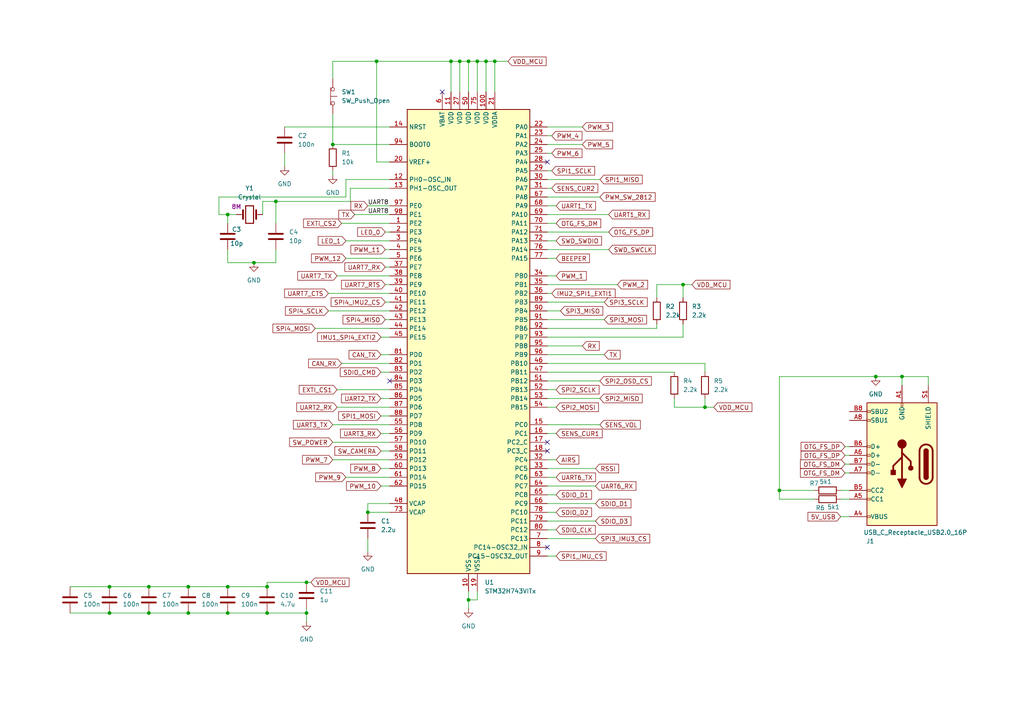
<source format=kicad_sch>
(kicad_sch (version 20250114) (generator "eeschema") (generator_version "9.0")
  (paper "A4")
  (lib_symbols
    (symbol "Connector:USB_C_Receptacle_USB2.0_16P" (pin_names (offset 1.016))
      (property "Reference" "J" (at 0 22.225 0))
      (property "Value" "USB_C_Receptacle_USB2.0_16P" (at 0 19.685 0))
      (symbol "USB_C_Receptacle_USB2.0_16P_0_0"
        (rectangle (start -0.254 -17.78) (end 0.254 -16.764))
        (rectangle (start 10.16 15.494) (end 9.144 14.986))
        (rectangle (start 10.16 10.414) (end 9.144 9.906))
        (rectangle (start 10.16 7.874) (end 9.144 7.366))
        (rectangle (start 10.16 2.794) (end 9.144 2.286))
        (rectangle (start 10.16 0.254) (end 9.144 -0.254))
        (rectangle (start 10.16 -2.286) (end 9.144 -2.794))
        (rectangle (start 10.16 -4.826) (end 9.144 -5.334))
        (rectangle (start 10.16 -12.446) (end 9.144 -12.954))
        (rectangle (start 10.16 -14.986) (end 9.144 -15.494))
      )
      (symbol "USB_C_Receptacle_USB2.0_16P_0_1"
        (rectangle (start -10.16 17.78) (end 10.16 -17.78) (stroke (width 0.254)) (fill (type background)))
        (polyline (pts (xy -8.89 -3.81) (xy -8.89 3.81)) (stroke (width 0.508)))
        (rectangle (start -7.62 -3.81) (end -6.35 3.81) (stroke (width 0.254)) (fill (type outline)))
        (arc (start -7.62 3.81) (mid -6.985 4.4423) (end -6.35 3.81) (stroke (width 0.254)))
        (arc (start -7.62 3.81) (mid -6.985 4.4423) (end -6.35 3.81) (stroke (width 0.254)) (fill (type outline)))
        (arc (start -8.89 3.81) (mid -6.985 5.7067) (end -5.08 3.81) (stroke (width 0.508)))
        (arc (start -5.08 -3.81) (mid -6.985 -5.7067) (end -8.89 -3.81) (stroke (width 0.508)))
        (arc (start -6.35 -3.81) (mid -6.985 -4.4423) (end -7.62 -3.81) (stroke (width 0.254)))
        (arc (start -6.35 -3.81) (mid -6.985 -4.4423) (end -7.62 -3.81) (stroke (width 0.254)) (fill (type outline)))
        (polyline (pts (xy -5.08 3.81) (xy -5.08 -3.81)) (stroke (width 0.508)))
        (circle (center -2.54 1.143) (radius 0.635) (stroke (width 0.254)) (fill (type outline)))
        (polyline (pts (xy -1.27 4.318) (xy 0 6.858) (xy 1.27 4.318) (xy -1.27 4.318)) (stroke (width 0.254)) (fill (type outline)))
        (polyline (pts (xy 0 -2.032) (xy 2.54 0.508) (xy 2.54 1.778)) (stroke (width 0.508)))
        (polyline (pts (xy 0 -3.302) (xy -2.54 -0.762) (xy -2.54 0.508)) (stroke (width 0.508)))
        (polyline (pts (xy 0 -5.842) (xy 0 4.318)) (stroke (width 0.508)))
        (circle (center 0 -5.842) (radius 1.27) (fill (type outline)))
        (rectangle (start 1.905 1.778) (end 3.175 3.048) (stroke (width 0.254)) (fill (type outline)))
      )
      (symbol "USB_C_Receptacle_USB2.0_16P_1_1"
        (pin passive line (at -7.62 -22.86 90) (length 5.08) (name "SHIELD") (number "S1"))
        (pin passive line (at 0 -22.86 90) (length 5.08) (name "GND") (number "A1"))
        (pin passive line (at 0 -22.86 90) (length 5.08) (hide yes) (name "GND") (number "A12"))
        (pin passive line (at 0 -22.86 90) (length 5.08) (hide yes) (name "GND") (number "B1"))
        (pin passive line (at 0 -22.86 90) (length 5.08) (hide yes) (name "GND") (number "B12"))
        (pin passive line (at 15.24 15.24 180) (length 5.08) (name "VBUS") (number "A4"))
        (pin passive line (at 15.24 15.24 180) (length 5.08) (hide yes) (name "VBUS") (number "A9"))
        (pin passive line (at 15.24 15.24 180) (length 5.08) (hide yes) (name "VBUS") (number "B4"))
        (pin passive line (at 15.24 15.24 180) (length 5.08) (hide yes) (name "VBUS") (number "B9"))
        (pin bidirectional line (at 15.24 10.16 180) (length 5.08) (name "CC1") (number "A5"))
        (pin bidirectional line (at 15.24 7.62 180) (length 5.08) (name "CC2") (number "B5"))
        (pin bidirectional line (at 15.24 2.54 180) (length 5.08) (name "D-") (number "A7"))
        (pin bidirectional line (at 15.24 0 180) (length 5.08) (name "D-") (number "B7"))
        (pin bidirectional line (at 15.24 -2.54 180) (length 5.08) (name "D+") (number "A6"))
        (pin bidirectional line (at 15.24 -5.08 180) (length 5.08) (name "D+") (number "B6"))
        (pin bidirectional line (at 15.24 -12.7 180) (length 5.08) (name "SBU1") (number "A8"))
        (pin bidirectional line (at 15.24 -15.24 180) (length 5.08) (name "SBU2") (number "B8"))
      )
    )
    (symbol "Device:C" (pin_numbers (hide yes)) (pin_names (offset 0.254))
      (property "Reference" "C" (at 0.635 2.54 0))
      (property "Value" "C" (at 0.635 -2.54 0))
      (symbol "C_0_1"
        (polyline (pts (xy -2.032 0.762) (xy 2.032 0.762)) (stroke (width 0.508)))
        (polyline (pts (xy -2.032 -0.762) (xy 2.032 -0.762)) (stroke (width 0.508)))
      )
      (symbol "C_1_1"
        (pin passive line (at 0 3.81 270) (length 2.794) (name "~") (number "1"))
        (pin passive line (at 0 -3.81 90) (length 2.794) (name "~") (number "2"))
      )
    )
    (symbol "Device:Crystal" (pin_numbers (hide yes)) (pin_names (offset 1.016) (hide yes))
      (property "Reference" "Y" (at 0 3.81 0))
      (property "Value" "Crystal" (at 0 -3.81 0))
      (symbol "Crystal_0_1"
        (polyline (pts (xy -2.54 0) (xy -1.905 0)))
        (polyline (pts (xy -1.905 -1.27) (xy -1.905 1.27)) (stroke (width 0.508)))
        (rectangle (start -1.143 2.54) (end 1.143 -2.54) (stroke (width 0.3048)))
        (polyline (pts (xy 1.905 -1.27) (xy 1.905 1.27)) (stroke (width 0.508)))
        (polyline (pts (xy 2.54 0) (xy 1.905 0)))
      )
      (symbol "Crystal_1_1"
        (pin passive line (at -3.81 0 0) (length 1.27) (name "1") (number "1"))
        (pin passive line (at 3.81 0 180) (length 1.27) (name "2") (number "2"))
      )
    )
    (symbol "Device:R" (pin_numbers (hide yes)) (pin_names (offset 0))
      (property "Reference" "R" (at 2.032 0 90))
      (property "Value" "R" (at 0 0 90))
      (symbol "R_0_1"
        (rectangle (start -1.016 -2.54) (end 1.016 2.54) (stroke (width 0.254)))
      )
      (symbol "R_1_1"
        (pin passive line (at 0 3.81 270) (length 1.27) (name "~") (number "1"))
        (pin passive line (at 0 -3.81 90) (length 1.27) (name "~") (number "2"))
      )
    )
    (symbol "MCU_ST_STM32H7:STM32H743VITx"
      (property "Reference" "U1" (at 4.6833 -68.58 0))
      (property "Value" "STM32H743VITx" (at 4.6833 -71.12 0))
      (symbol "STM32H743VITx_0_1"
        (rectangle (start -17.78 68.58) (end 17.78 -66.04) (stroke (width 0.254)) (fill (type background)))
      )
      (symbol "STM32H743VITx_1_1"
        (pin input line (at -22.86 63.5 0) (length 5.08) (name "NRST") (number "14"))
        (pin input line (at -22.86 58.42 0) (length 5.08) (name "BOOT0") (number "94"))
        (pin input line (at -22.86 53.34 0) (length 5.08) (name "VREF+") (number "20"))
        (pin bidirectional line (at -22.86 48.26 0) (length 5.08) (name "PH0-OSC_IN") (number "12"))
        (pin bidirectional line (at -22.86 45.72 0) (length 5.08) (name "PH1-OSC_OUT") (number "13"))
        (pin bidirectional line (at -22.86 40.64 0) (length 5.08) (name "PE0") (number "97"))
        (pin bidirectional line (at -22.86 38.1 0) (length 5.08) (name "PE1") (number "98"))
        (pin bidirectional line (at -22.86 35.56 0) (length 5.08) (name "PE2") (number "1"))
        (pin bidirectional line (at -22.86 33.02 0) (length 5.08) (name "PE3") (number "2"))
        (pin bidirectional line (at -22.86 30.48 0) (length 5.08) (name "PE4") (number "3"))
        (pin bidirectional line (at -22.86 27.94 0) (length 5.08) (name "PE5") (number "4"))
        (pin bidirectional line (at -22.86 25.4 0) (length 5.08) (name "PE6") (number "5"))
        (pin bidirectional line (at -22.86 22.86 0) (length 5.08) (name "PE7") (number "37"))
        (pin bidirectional line (at -22.86 20.32 0) (length 5.08) (name "PE8") (number "38"))
        (pin bidirectional line (at -22.86 17.78 0) (length 5.08) (name "PE9") (number "39"))
        (pin bidirectional line (at -22.86 15.24 0) (length 5.08) (name "PE10") (number "40"))
        (pin bidirectional line (at -22.86 12.7 0) (length 5.08) (name "PE11") (number "41"))
        (pin bidirectional line (at -22.86 10.16 0) (length 5.08) (name "PE12") (number "42"))
        (pin bidirectional line (at -22.86 7.62 0) (length 5.08) (name "PE13") (number "43"))
        (pin bidirectional line (at -22.86 5.08 0) (length 5.08) (name "PE14") (number "44"))
        (pin bidirectional line (at -22.86 2.54 0) (length 5.08) (name "PE15") (number "45"))
        (pin bidirectional line (at -22.86 -2.54 0) (length 5.08) (name "PD0") (number "81"))
        (pin bidirectional line (at -22.86 -5.08 0) (length 5.08) (name "PD1") (number "82"))
        (pin bidirectional line (at -22.86 -7.62 0) (length 5.08) (name "PD2") (number "83"))
        (pin bidirectional line (at -22.86 -10.16 0) (length 5.08) (name "PD3") (number "84"))
        (pin bidirectional line (at -22.86 -12.7 0) (length 5.08) (name "PD4") (number "85"))
        (pin bidirectional line (at -22.86 -15.24 0) (length 5.08) (name "PD5") (number "86"))
        (pin bidirectional line (at -22.86 -17.78 0) (length 5.08) (name "PD6") (number "87"))
        (pin bidirectional line (at -22.86 -20.32 0) (length 5.08) (name "PD7") (number "88"))
        (pin bidirectional line (at -22.86 -22.86 0) (length 5.08) (name "PD8") (number "55"))
        (pin bidirectional line (at -22.86 -25.4 0) (length 5.08) (name "PD9") (number "56"))
        (pin bidirectional line (at -22.86 -27.94 0) (length 5.08) (name "PD10") (number "57"))
        (pin bidirectional line (at -22.86 -30.48 0) (length 5.08) (name "PD11") (number "58"))
        (pin bidirectional line (at -22.86 -33.02 0) (length 5.08) (name "PD12") (number "59"))
        (pin bidirectional line (at -22.86 -35.56 0) (length 5.08) (name "PD13") (number "60"))
        (pin bidirectional line (at -22.86 -38.1 0) (length 5.08) (name "PD14") (number "61"))
        (pin bidirectional line (at -22.86 -40.64 0) (length 5.08) (name "PD15") (number "62"))
        (pin power_out line (at -22.86 -45.72 0) (length 5.08) (name "VCAP") (number "48"))
        (pin power_out line (at -22.86 -48.26 0) (length 5.08) (name "VCAP") (number "73"))
        (pin power_in line (at -7.62 73.66 270) (length 5.08) (name "VBAT") (number "6"))
        (pin power_in line (at -5.08 73.66 270) (length 5.08) (name "VDD") (number "11"))
        (pin power_in line (at -2.54 73.66 270) (length 5.08) (name "VDD") (number "27"))
        (pin power_in line (at 0 73.66 270) (length 5.08) (name "VDD") (number "50"))
        (pin power_in line (at 0 -71.12 90) (length 5.08) (name "VSS") (number "10"))
        (pin passive line (at 0 -71.12 90) (length 5.08) (hide yes) (name "VSS") (number "26"))
        (pin passive line (at 0 -71.12 90) (length 5.08) (hide yes) (name "VSS") (number "49"))
        (pin passive line (at 0 -71.12 90) (length 5.08) (hide yes) (name "VSS") (number "74"))
        (pin passive line (at 0 -71.12 90) (length 5.08) (hide yes) (name "VSS") (number "99"))
        (pin power_in line (at 2.54 73.66 270) (length 5.08) (name "VDD") (number "75"))
        (pin power_in line (at 2.54 -71.12 90) (length 5.08) (name "VSSA") (number "19"))
        (pin power_in line (at 5.08 73.66 270) (length 5.08) (name "VDD") (number "100"))
        (pin power_in line (at 7.62 73.66 270) (length 5.08) (name "VDDA") (number "21"))
        (pin bidirectional line (at 22.86 63.5 180) (length 5.08) (name "PA0") (number "22"))
        (pin bidirectional line (at 22.86 60.96 180) (length 5.08) (name "PA1") (number "23"))
        (pin bidirectional line (at 22.86 58.42 180) (length 5.08) (name "PA2") (number "24"))
        (pin bidirectional line (at 22.86 55.88 180) (length 5.08) (name "PA3") (number "25"))
        (pin bidirectional line (at 22.86 53.34 180) (length 5.08) (name "PA4") (number "28"))
        (pin bidirectional line (at 22.86 50.8 180) (length 5.08) (name "PA5") (number "29"))
        (pin bidirectional line (at 22.86 48.26 180) (length 5.08) (name "PA6") (number "30"))
        (pin bidirectional line (at 22.86 45.72 180) (length 5.08) (name "PA7") (number "31"))
        (pin bidirectional line (at 22.86 43.18 180) (length 5.08) (name "PA8") (number "67"))
        (pin bidirectional line (at 22.86 40.64 180) (length 5.08) (name "PA9") (number "68"))
        (pin bidirectional line (at 22.86 38.1 180) (length 5.08) (name "PA10") (number "69"))
        (pin bidirectional line (at 22.86 35.56 180) (length 5.08) (name "PA11") (number "70"))
        (pin bidirectional line (at 22.86 33.02 180) (length 5.08) (name "PA12") (number "71"))
        (pin bidirectional line (at 22.86 30.48 180) (length 5.08) (name "PA13") (number "72"))
        (pin bidirectional line (at 22.86 27.94 180) (length 5.08) (name "PA14") (number "76"))
        (pin bidirectional line (at 22.86 25.4 180) (length 5.08) (name "PA15") (number "77"))
        (pin bidirectional line (at 22.86 20.32 180) (length 5.08) (name "PB0") (number "34"))
        (pin bidirectional line (at 22.86 17.78 180) (length 5.08) (name "PB1") (number "35"))
        (pin bidirectional line (at 22.86 15.24 180) (length 5.08) (name "PB2") (number "36"))
        (pin bidirectional line (at 22.86 12.7 180) (length 5.08) (name "PB3") (number "89"))
        (pin bidirectional line (at 22.86 10.16 180) (length 5.08) (name "PB4") (number "90"))
        (pin bidirectional line (at 22.86 7.62 180) (length 5.08) (name "PB5") (number "91"))
        (pin bidirectional line (at 22.86 5.08 180) (length 5.08) (name "PB6") (number "92"))
        (pin bidirectional line (at 22.86 2.54 180) (length 5.08) (name "PB7") (number "93"))
        (pin bidirectional line (at 22.86 0 180) (length 5.08) (name "PB8") (number "95"))
        (pin bidirectional line (at 22.86 -2.54 180) (length 5.08) (name "PB9") (number "96"))
        (pin bidirectional line (at 22.86 -5.08 180) (length 5.08) (name "PB10") (number "46"))
        (pin bidirectional line (at 22.86 -7.62 180) (length 5.08) (name "PB11") (number "47"))
        (pin bidirectional line (at 22.86 -10.16 180) (length 5.08) (name "PB12") (number "51"))
        (pin bidirectional line (at 22.86 -12.7 180) (length 5.08) (name "PB13") (number "52"))
        (pin bidirectional line (at 22.86 -15.24 180) (length 5.08) (name "PB14") (number "53"))
        (pin bidirectional line (at 22.86 -17.78 180) (length 5.08) (name "PB15") (number "54"))
        (pin bidirectional line (at 22.86 -22.86 180) (length 5.08) (name "PC0") (number "15"))
        (pin bidirectional line (at 22.86 -25.4 180) (length 5.08) (name "PC1") (number "16"))
        (pin bidirectional line (at 22.86 -27.94 180) (length 5.08) (name "PC2_C") (number "17"))
        (pin bidirectional line (at 22.86 -30.48 180) (length 5.08) (name "PC3_C") (number "18"))
        (pin bidirectional line (at 22.86 -33.02 180) (length 5.08) (name "PC4") (number "32"))
        (pin bidirectional line (at 22.86 -35.56 180) (length 5.08) (name "PC5") (number "33"))
        (pin bidirectional line (at 22.86 -38.1 180) (length 5.08) (name "PC6") (number "63"))
        (pin bidirectional line (at 22.86 -40.64 180) (length 5.08) (name "PC7") (number "64"))
        (pin bidirectional line (at 22.86 -43.18 180) (length 5.08) (name "PC8") (number "65"))
        (pin bidirectional line (at 22.86 -45.72 180) (length 5.08) (name "PC9") (number "66"))
        (pin bidirectional line (at 22.86 -48.26 180) (length 5.08) (name "PC10") (number "78"))
        (pin bidirectional line (at 22.86 -50.8 180) (length 5.08) (name "PC11") (number "79"))
        (pin bidirectional line (at 22.86 -53.34 180) (length 5.08) (name "PC12") (number "80"))
        (pin bidirectional line (at 22.86 -55.88 180) (length 5.08) (name "PC13") (number "7"))
        (pin bidirectional line (at 22.86 -58.42 180) (length 5.08) (name "PC14-OSC32_IN") (number "8"))
        (pin bidirectional line (at 22.86 -60.96 180) (length 5.08) (name "PC15-OSC32_OUT") (number "9"))
      )
    )
    (symbol "Switch:SW_Push_Open" (pin_numbers (hide yes)) (pin_names (offset 1.016) (hide yes))
      (property "Reference" "SW" (at 0 2.54 0))
      (property "Value" "SW_Push_Open" (at 0 -1.905 0))
      (symbol "SW_Push_Open_0_1"
        (polyline (pts (xy -2.54 -0.635) (xy 2.54 -0.635)))
        (circle (center -2.032 0) (radius 0.508))
        (polyline (pts (xy 0 -0.635) (xy 0 1.27)))
        (circle (center 2.032 0) (radius 0.508))
        (pin passive line (at -5.08 0 0) (length 2.54) (name "A") (number "1"))
      )
      (symbol "SW_Push_Open_1_1"
        (pin passive line (at 5.08 0 180) (length 2.54) (name "B") (number "2"))
      )
    )
    (symbol "power:GND" (power) (pin_numbers (hide yes)) (pin_names (offset 0) (hide yes))
      (property "Value" "GND" (at 0 -3.81 0))
      (symbol "GND_0_1"
        (polyline (pts (xy 0 0) (xy 0 -1.27) (xy 1.27 -1.27) (xy 0 -2.54) (xy -1.27 -1.27) (xy 0 -1.27)))
      )
      (symbol "GND_1_1"
        (pin power_in line (at 0 0 270) (length 0) (name "~") (number "1"))
      )
    )
  )
  (junction (at 77.47 170.18))
  (junction (at 31.75 170.18))
  (junction (at 54.61 170.18))
  (junction (at 140.97 17.78))
  (junction (at 43.18 177.8))
  (junction (at 88.9 177.8))
  (junction (at 198.12 82.55))
  (junction (at 109.22 17.78))
  (junction (at 261.62 109.22))
  (junction (at 133.35 17.78))
  (junction (at 135.89 173.99))
  (junction (at 106.68 148.59))
  (junction (at 80.01 58.42))
  (junction (at 254 109.22))
  (junction (at 66.04 62.23))
  (junction (at 54.61 177.8))
  (junction (at 138.43 17.78))
  (junction (at 66.04 170.18))
  (junction (at 66.04 177.8))
  (junction (at 43.18 170.18))
  (junction (at 31.75 177.8))
  (junction (at 135.89 17.78))
  (junction (at 226.06 142.24))
  (junction (at 77.47 177.8))
  (junction (at 143.51 17.78))
  (junction (at 88.9 168.91))
  (junction (at 73.66 76.2))
  (junction (at 130.81 17.78))
  (junction (at 96.52 41.91))
  (junction (at 204.47 118.11))
  (no_connect (at 158.75 130.81))
  (no_connect (at 158.75 128.27))
  (no_connect (at 128.27 26.67))
  (no_connect (at 158.75 46.99))
  (no_connect (at 113.03 110.49))
  (no_connect (at 158.75 158.75))
  (wire (pts (xy 158.75 125.73) (xy 161.29 125.73)))
  (wire (pts (xy 245.11 137.16) (xy 246.38 137.16)))
  (wire (pts (xy 140.97 17.78) (xy 140.97 26.67)))
  (wire (pts (xy 20.32 177.8) (xy 31.75 177.8)))
  (wire (pts (xy 80.01 72.39) (xy 80.01 76.2)))
  (wire (pts (xy 110.49 130.81) (xy 113.03 130.81)))
  (wire (pts (xy 135.89 17.78) (xy 138.43 17.78)))
  (wire (pts (xy 133.35 17.78) (xy 133.35 26.67)))
  (wire (pts (xy 110.49 115.57) (xy 113.03 115.57)))
  (wire (pts (xy 106.68 156.21) (xy 106.68 160.02)))
  (wire (pts (xy 54.61 170.18) (xy 66.04 170.18)))
  (wire (pts (xy 158.75 151.13) (xy 172.72 151.13)))
  (wire (pts (xy 245.11 134.62) (xy 246.38 134.62)))
  (wire (pts (xy 88.9 176.53) (xy 88.9 177.8)))
  (wire (pts (xy 110.49 97.79) (xy 113.03 97.79)))
  (wire (pts (xy 111.76 77.47) (xy 113.03 77.47)))
  (wire (pts (xy 96.52 17.78) (xy 96.52 22.86)))
  (wire (pts (xy 101.6 58.42) (xy 80.01 58.42)))
  (wire (pts (xy 130.81 17.78) (xy 133.35 17.78)))
  (wire (pts (xy 158.75 100.33) (xy 168.91 100.33)))
  (wire (pts (xy 200.66 82.55) (xy 198.12 82.55)))
  (wire (pts (xy 97.79 80.01) (xy 113.03 80.01)))
  (wire (pts (xy 110.49 135.89) (xy 113.03 135.89)))
  (wire (pts (xy 43.18 177.8) (xy 54.61 177.8)))
  (wire (pts (xy 158.75 44.45) (xy 160.02 44.45)))
  (wire (pts (xy 99.06 64.77) (xy 113.03 64.77)))
  (wire (pts (xy 113.03 54.61) (xy 101.6 54.61)))
  (wire (pts (xy 158.75 54.61) (xy 160.02 54.61)))
  (wire (pts (xy 101.6 54.61) (xy 101.6 58.42)))
  (wire (pts (xy 158.75 95.25) (xy 190.5 95.25)))
  (wire (pts (xy 143.51 17.78) (xy 147.32 17.78)))
  (wire (pts (xy 80.01 76.2) (xy 73.66 76.2)))
  (wire (pts (xy 110.49 120.65) (xy 113.03 120.65)))
  (wire (pts (xy 158.75 161.29) (xy 161.29 161.29)))
  (wire (pts (xy 97.79 118.11) (xy 113.03 118.11)))
  (wire (pts (xy 158.75 85.09) (xy 160.02 85.09)))
  (wire (pts (xy 82.55 44.45) (xy 82.55 48.26)))
  (wire (pts (xy 100.33 57.15) (xy 100.33 52.07)))
  (wire (pts (xy 110.49 140.97) (xy 113.03 140.97)))
  (wire (pts (xy 31.75 170.18) (xy 43.18 170.18)))
  (wire (pts (xy 158.75 69.85) (xy 161.29 69.85)))
  (wire (pts (xy 82.55 36.83) (xy 113.03 36.83)))
  (wire (pts (xy 158.75 90.17) (xy 162.56 90.17)))
  (wire (pts (xy 133.35 17.78) (xy 135.89 17.78)))
  (wire (pts (xy 158.75 133.35) (xy 161.29 133.35)))
  (wire (pts (xy 243.84 142.24) (xy 246.38 142.24)))
  (wire (pts (xy 100.33 52.07) (xy 113.03 52.07)))
  (wire (pts (xy 96.52 123.19) (xy 113.03 123.19)))
  (wire (pts (xy 110.49 125.73) (xy 113.03 125.73)))
  (wire (pts (xy 158.75 138.43) (xy 161.29 138.43)))
  (wire (pts (xy 226.06 109.22) (xy 226.06 142.24)))
  (wire (pts (xy 77.47 168.91) (xy 77.47 170.18)))
  (wire (pts (xy 100.33 138.43) (xy 113.03 138.43)))
  (wire (pts (xy 158.75 115.57) (xy 173.99 115.57)))
  (wire (pts (xy 138.43 17.78) (xy 138.43 26.67)))
  (wire (pts (xy 158.75 156.21) (xy 172.72 156.21)))
  (wire (pts (xy 158.75 41.91) (xy 168.91 41.91)))
  (wire (pts (xy 158.75 140.97) (xy 172.72 140.97)))
  (wire (pts (xy 158.75 36.83) (xy 168.91 36.83)))
  (wire (pts (xy 135.89 17.78) (xy 135.89 26.67)))
  (wire (pts (xy 190.5 82.55) (xy 198.12 82.55)))
  (wire (pts (xy 243.84 149.86) (xy 246.38 149.86)))
  (wire (pts (xy 111.76 92.71) (xy 113.03 92.71)))
  (wire (pts (xy 96.52 17.78) (xy 109.22 17.78)))
  (wire (pts (xy 110.49 102.87) (xy 113.03 102.87)))
  (wire (pts (xy 158.75 39.37) (xy 160.02 39.37)))
  (wire (pts (xy 158.75 49.53) (xy 160.02 49.53)))
  (wire (pts (xy 66.04 76.2) (xy 73.66 76.2)))
  (wire (pts (xy 91.44 95.25) (xy 113.03 95.25)))
  (wire (pts (xy 158.75 135.89) (xy 172.72 135.89)))
  (wire (pts (xy 158.75 143.51) (xy 161.29 143.51)))
  (wire (pts (xy 158.75 92.71) (xy 175.26 92.71)))
  (wire (pts (xy 158.75 148.59) (xy 161.29 148.59)))
  (wire (pts (xy 245.11 129.54) (xy 246.38 129.54)))
  (wire (pts (xy 158.75 52.07) (xy 173.99 52.07)))
  (wire (pts (xy 158.75 107.95) (xy 195.58 107.95)))
  (wire (pts (xy 158.75 64.77) (xy 161.29 64.77)))
  (wire (pts (xy 138.43 17.78) (xy 140.97 17.78)))
  (wire (pts (xy 158.75 62.23) (xy 176.53 62.23)))
  (wire (pts (xy 190.5 93.98) (xy 190.5 95.25)))
  (wire (pts (xy 204.47 105.41) (xy 204.47 107.95)))
  (wire (pts (xy 111.76 67.31) (xy 113.03 67.31)))
  (wire (pts (xy 95.25 85.09) (xy 113.03 85.09)))
  (wire (pts (xy 140.97 17.78) (xy 143.51 17.78)))
  (wire (pts (xy 158.75 105.41) (xy 204.47 105.41)))
  (wire (pts (xy 158.75 146.05) (xy 172.72 146.05)))
  (wire (pts (xy 158.75 74.93) (xy 161.29 74.93)))
  (wire (pts (xy 158.75 102.87) (xy 175.26 102.87)))
  (wire (pts (xy 226.06 142.24) (xy 226.06 144.78)))
  (wire (pts (xy 66.04 62.23) (xy 66.04 64.77)))
  (wire (pts (xy 88.9 177.8) (xy 77.47 177.8)))
  (wire (pts (xy 96.52 133.35) (xy 113.03 133.35)))
  (wire (pts (xy 113.03 146.05) (xy 106.68 146.05)))
  (wire (pts (xy 111.76 72.39) (xy 113.03 72.39)))
  (wire (pts (xy 96.52 41.91) (xy 113.03 41.91)))
  (wire (pts (xy 88.9 168.91) (xy 77.47 168.91)))
  (wire (pts (xy 110.49 107.95) (xy 113.03 107.95)))
  (wire (pts (xy 106.68 146.05) (xy 106.68 148.59)))
  (wire (pts (xy 195.58 115.57) (xy 195.58 118.11)))
  (wire (pts (xy 66.04 62.23) (xy 63.5 62.23)))
  (wire (pts (xy 76.2 58.42) (xy 76.2 62.23)))
  (wire (pts (xy 190.5 86.36) (xy 190.5 82.55)))
  (wire (pts (xy 100.33 69.85) (xy 113.03 69.85)))
  (wire (pts (xy 54.61 177.8) (xy 66.04 177.8)))
  (wire (pts (xy 99.06 105.41) (xy 113.03 105.41)))
  (wire (pts (xy 158.75 59.69) (xy 161.29 59.69)))
  (wire (pts (xy 158.75 72.39) (xy 176.53 72.39)))
  (wire (pts (xy 158.75 123.19) (xy 173.99 123.19)))
  (wire (pts (xy 109.22 17.78) (xy 130.81 17.78)))
  (wire (pts (xy 226.06 109.22) (xy 254 109.22)))
  (wire (pts (xy 158.75 110.49) (xy 173.99 110.49)))
  (wire (pts (xy 80.01 58.42) (xy 76.2 58.42)))
  (wire (pts (xy 198.12 82.55) (xy 198.12 86.36)))
  (wire (pts (xy 130.81 17.78) (xy 130.81 26.67)))
  (wire (pts (xy 158.75 67.31) (xy 176.53 67.31)))
  (wire (pts (xy 106.68 59.69) (xy 113.03 59.69)))
  (wire (pts (xy 138.43 173.99) (xy 135.89 173.99)))
  (wire (pts (xy 261.62 111.76) (xy 261.62 109.22)))
  (wire (pts (xy 198.12 97.79) (xy 198.12 93.98)))
  (wire (pts (xy 236.22 144.78) (xy 226.06 144.78)))
  (wire (pts (xy 158.75 97.79) (xy 198.12 97.79)))
  (wire (pts (xy 143.51 17.78) (xy 143.51 26.67)))
  (wire (pts (xy 138.43 171.45) (xy 138.43 173.99)))
  (wire (pts (xy 96.52 49.53) (xy 96.52 50.8)))
  (wire (pts (xy 113.03 46.99) (xy 109.22 46.99)))
  (wire (pts (xy 158.75 113.03) (xy 161.29 113.03)))
  (wire (pts (xy 102.87 62.23) (xy 113.03 62.23)))
  (wire (pts (xy 158.75 80.01) (xy 161.29 80.01)))
  (wire (pts (xy 88.9 168.91) (xy 90.17 168.91)))
  (wire (pts (xy 245.11 132.08) (xy 246.38 132.08)))
  (wire (pts (xy 68.58 62.23) (xy 66.04 62.23)))
  (wire (pts (xy 96.52 128.27) (xy 113.03 128.27)))
  (wire (pts (xy 135.89 171.45) (xy 135.89 173.99)))
  (wire (pts (xy 204.47 118.11) (xy 207.01 118.11)))
  (wire (pts (xy 43.18 170.18) (xy 54.61 170.18)))
  (wire (pts (xy 158.75 82.55) (xy 179.07 82.55)))
  (wire (pts (xy 269.24 111.76) (xy 269.24 109.22)))
  (wire (pts (xy 158.75 118.11) (xy 161.29 118.11)))
  (wire (pts (xy 80.01 58.42) (xy 80.01 64.77)))
  (wire (pts (xy 269.24 109.22) (xy 261.62 109.22)))
  (wire (pts (xy 96.52 33.02) (xy 96.52 41.91)))
  (wire (pts (xy 63.5 57.15) (xy 100.33 57.15)))
  (wire (pts (xy 66.04 170.18) (xy 77.47 170.18)))
  (wire (pts (xy 97.79 113.03) (xy 113.03 113.03)))
  (wire (pts (xy 66.04 72.39) (xy 66.04 76.2)))
  (wire (pts (xy 204.47 118.11) (xy 195.58 118.11)))
  (wire (pts (xy 158.75 57.15) (xy 173.99 57.15)))
  (wire (pts (xy 204.47 115.57) (xy 204.47 118.11)))
  (wire (pts (xy 135.89 173.99) (xy 135.89 176.53)))
  (wire (pts (xy 236.22 142.24) (xy 226.06 142.24)))
  (wire (pts (xy 88.9 180.34) (xy 88.9 177.8)))
  (wire (pts (xy 95.25 90.17) (xy 113.03 90.17)))
  (wire (pts (xy 111.76 87.63) (xy 113.03 87.63)))
  (wire (pts (xy 261.62 109.22) (xy 254 109.22)))
  (wire (pts (xy 66.04 177.8) (xy 77.47 177.8)))
  (wire (pts (xy 109.22 46.99) (xy 109.22 17.78)))
  (wire (pts (xy 158.75 153.67) (xy 161.29 153.67)))
  (wire (pts (xy 158.75 87.63) (xy 175.26 87.63)))
  (wire (pts (xy 106.68 148.59) (xy 113.03 148.59)))
  (wire (pts (xy 111.76 82.55) (xy 113.03 82.55)))
  (wire (pts (xy 31.75 177.8) (xy 43.18 177.8)))
  (wire (pts (xy 20.32 170.18) (xy 31.75 170.18)))
  (wire (pts (xy 63.5 62.23) (xy 63.5 57.15)))
  (wire (pts (xy 243.84 144.78) (xy 246.38 144.78)))
  (wire (pts (xy 100.33 74.93) (xy 113.03 74.93)))
  (label "UART8" (at 106.68 62.23 0))
  (label "UART8" (at 106.68 59.69 0))
  (global_label "SPI2_MOSI" (shape input) (at 161.29 118.11 0) (property "Intersheetrefs" "${INTERSHEET_REFS}" (effects (hide yes))))
  (global_label "CAN_TX" (shape input) (at 110.49 102.87 180) (property "Intersheetrefs" "${INTERSHEET_REFS}" (effects (hide yes))))
  (global_label "SDIO_CLK" (shape input) (at 161.29 153.67 0) (property "Intersheetrefs" "${INTERSHEET_REFS}" (effects (hide yes))))
  (global_label "UART7_RTS" (shape input) (at 111.76 82.55 180) (property "Intersheetrefs" "${INTERSHEET_REFS}" (effects (hide yes))))
  (global_label "RX" (shape input) (at 106.68 59.69 180) (property "Intersheetrefs" "${INTERSHEET_REFS}" (effects (hide yes))))
  (global_label "OTG_FS_DM" (shape input) (at 245.11 134.62 180) (property "Intersheetrefs" "${INTERSHEET_REFS}" (effects (hide yes))))
  (global_label "5V_USB" (shape input) (at 243.84 149.86 180) (property "Intersheetrefs" "${INTERSHEET_REFS}" (effects (hide yes))))
  (global_label "SDIO_CMD" (shape input) (at 110.49 107.95 180) (property "Intersheetrefs" "${INTERSHEET_REFS}" (effects (hide yes))))
  (global_label "PWM_SW_2812" (shape input) (at 173.99 57.15 0) (property "Intersheetrefs" "${INTERSHEET_REFS}" (effects (hide yes))))
  (global_label "UART1_TX" (shape input) (at 161.29 59.69 0) (property "Intersheetrefs" "${INTERSHEET_REFS}" (effects (hide yes))))
  (global_label "PWM_2" (shape input) (at 179.07 82.55 0) (property "Intersheetrefs" "${INTERSHEET_REFS}" (effects (hide yes))))
  (global_label "AIRS" (shape input) (at 161.29 133.35 0) (property "Intersheetrefs" "${INTERSHEET_REFS}" (effects (hide yes))))
  (global_label "SDIO_D3" (shape input) (at 172.72 151.13 0) (property "Intersheetrefs" "${INTERSHEET_REFS}" (effects (hide yes))))
  (global_label "PWM_4" (shape input) (at 160.02 39.37 0) (property "Intersheetrefs" "${INTERSHEET_REFS}" (effects (hide yes))))
  (global_label "OTG_FS_DM" (shape input) (at 245.11 137.16 180) (property "Intersheetrefs" "${INTERSHEET_REFS}" (effects (hide yes))))
  (global_label "IMU1_SPI4_EXTI2" (shape input) (at 110.49 97.79 180) (property "Intersheetrefs" "${INTERSHEET_REFS}" (effects (hide yes))))
  (global_label "SDIO_D1" (shape input) (at 161.29 143.51 0) (property "Intersheetrefs" "${INTERSHEET_REFS}" (effects (hide yes))))
  (global_label "SPI2_MISO" (shape input) (at 173.99 115.57 0) (property "Intersheetrefs" "${INTERSHEET_REFS}" (effects (hide yes))))
  (global_label "LED_1" (shape input) (at 100.33 69.85 180) (property "Intersheetrefs" "${INTERSHEET_REFS}" (effects (hide yes))))
  (global_label "RSSI" (shape input) (at 172.72 135.89 0) (property "Intersheetrefs" "${INTERSHEET_REFS}" (effects (hide yes))))
  (global_label "UART1_RX" (shape input) (at 176.53 62.23 0) (property "Intersheetrefs" "${INTERSHEET_REFS}" (effects (hide yes))))
  (global_label "IMU2_SPI1_EXTI1" (shape input) (at 160.02 85.09 0) (property "Intersheetrefs" "${INTERSHEET_REFS}" (effects (hide yes))))
  (global_label "OTG_FS_DP" (shape input) (at 245.11 129.54 180) (property "Intersheetrefs" "${INTERSHEET_REFS}" (effects (hide yes))))
  (global_label "SPI1_MISO" (shape input) (at 173.99 52.07 0) (property "Intersheetrefs" "${INTERSHEET_REFS}" (effects (hide yes))))
  (global_label "SWD_SWCLK" (shape input) (at 176.53 72.39 0) (property "Intersheetrefs" "${INTERSHEET_REFS}" (effects (hide yes))))
  (global_label "PWM_7" (shape input) (at 96.52 133.35 180) (property "Intersheetrefs" "${INTERSHEET_REFS}" (effects (hide yes))))
  (global_label "PWM_8" (shape input) (at 110.49 135.89 180) (property "Intersheetrefs" "${INTERSHEET_REFS}" (effects (hide yes))))
  (global_label "SPI3_IMU3_CS" (shape input) (at 172.72 156.21 0) (property "Intersheetrefs" "${INTERSHEET_REFS}" (effects (hide yes))))
  (global_label "UART6_TX" (shape input) (at 161.29 138.43 0) (property "Intersheetrefs" "${INTERSHEET_REFS}" (effects (hide yes))))
  (global_label "TX" (shape input) (at 102.87 62.23 180) (property "Intersheetrefs" "${INTERSHEET_REFS}" (effects (hide yes))))
  (global_label "EXTi_CS2" (shape input) (at 99.06 64.77 180) (property "Intersheetrefs" "${INTERSHEET_REFS}" (effects (hide yes))))
  (global_label "UART7_CTS" (shape input) (at 95.25 85.09 180) (property "Intersheetrefs" "${INTERSHEET_REFS}" (effects (hide yes))))
  (global_label "RX" (shape input) (at 168.91 100.33 0) (property "Intersheetrefs" "${INTERSHEET_REFS}" (effects (hide yes))))
  (global_label "TX" (shape input) (at 175.26 102.87 0) (property "Intersheetrefs" "${INTERSHEET_REFS}" (effects (hide yes))))
  (global_label "VDD_MCU" (shape input) (at 200.66 82.55 0) (property "Intersheetrefs" "${INTERSHEET_REFS}" (effects (hide yes))))
  (global_label "PWM_10" (shape input) (at 110.49 140.97 180) (property "Intersheetrefs" "${INTERSHEET_REFS}" (effects (hide yes))))
  (global_label "SPI3_MISO" (shape input) (at 162.56 90.17 0) (property "Intersheetrefs" "${INTERSHEET_REFS}" (effects (hide yes))))
  (global_label "SDIO_D2" (shape input) (at 161.29 148.59 0) (property "Intersheetrefs" "${INTERSHEET_REFS}" (effects (hide yes))))
  (global_label "LED_0" (shape input) (at 111.76 67.31 180) (property "Intersheetrefs" "${INTERSHEET_REFS}" (effects (hide yes))))
  (global_label "SPI2_SCLK" (shape input) (at 161.29 113.03 0) (property "Intersheetrefs" "${INTERSHEET_REFS}" (effects (hide yes))))
  (global_label "SPI4_SCLK" (shape input) (at 95.25 90.17 180) (property "Intersheetrefs" "${INTERSHEET_REFS}" (effects (hide yes))))
  (global_label "SPI1_IMU_CS" (shape input) (at 161.29 161.29 0) (property "Intersheetrefs" "${INTERSHEET_REFS}" (effects (hide yes))))
  (global_label "SWD_SWDIO" (shape input) (at 161.29 69.85 0) (property "Intersheetrefs" "${INTERSHEET_REFS}" (effects (hide yes))))
  (global_label "PWM_5" (shape input) (at 168.91 41.91 0) (property "Intersheetrefs" "${INTERSHEET_REFS}" (effects (hide yes))))
  (global_label "UART2_RX" (shape input) (at 97.79 118.11 180) (property "Intersheetrefs" "${INTERSHEET_REFS}" (effects (hide yes))))
  (global_label "SDIO_D1" (shape input) (at 172.72 146.05 0) (property "Intersheetrefs" "${INTERSHEET_REFS}" (effects (hide yes))))
  (global_label "OTG_FS_DP" (shape input) (at 245.11 132.08 180) (property "Intersheetrefs" "${INTERSHEET_REFS}" (effects (hide yes))))
  (global_label "OTG_FS_DM" (shape input) (at 161.29 64.77 0) (property "Intersheetrefs" "${INTERSHEET_REFS}" (effects (hide yes))))
  (global_label "SPI3_SCLK" (shape input) (at 175.26 87.63 0) (property "Intersheetrefs" "${INTERSHEET_REFS}" (effects (hide yes))))
  (global_label "VDD_MCU" (shape input) (at 147.32 17.78 0) (property "Intersheetrefs" "${INTERSHEET_REFS}" (effects (hide yes))))
  (global_label "SPI1_MOSI" (shape input) (at 110.49 120.65 180) (property "Intersheetrefs" "${INTERSHEET_REFS}" (effects (hide yes))))
  (global_label "VDD_MCU" (shape input) (at 207.01 118.11 0) (property "Intersheetrefs" "${INTERSHEET_REFS}" (effects (hide yes))))
  (global_label "SENS_VOL" (shape input) (at 173.99 123.19 0) (property "Intersheetrefs" "${INTERSHEET_REFS}" (effects (hide yes))))
  (global_label "SENS_CUR1" (shape input) (at 161.29 125.73 0) (property "Intersheetrefs" "${INTERSHEET_REFS}" (effects (hide yes))))
  (global_label "VDD_MCU" (shape input) (at 90.17 168.91 0) (property "Intersheetrefs" "${INTERSHEET_REFS}" (effects (hide yes))))
  (global_label "SPI4_IMU2_CS" (shape input) (at 111.76 87.63 180) (property "Intersheetrefs" "${INTERSHEET_REFS}" (effects (hide yes))))
  (global_label "SPI4_MOSI" (shape input) (at 91.44 95.25 180) (property "Intersheetrefs" "${INTERSHEET_REFS}" (effects (hide yes))))
  (global_label "SENS_CUR2" (shape input) (at 160.02 54.61 0) (property "Intersheetrefs" "${INTERSHEET_REFS}" (effects (hide yes))))
  (global_label "UART3_TX" (shape input) (at 96.52 123.19 180) (property "Intersheetrefs" "${INTERSHEET_REFS}" (effects (hide yes))))
  (global_label "EXTI_CS1" (shape input) (at 97.79 113.03 180) (property "Intersheetrefs" "${INTERSHEET_REFS}" (effects (hide yes))))
  (global_label "PWM_1" (shape input) (at 161.29 80.01 0) (property "Intersheetrefs" "${INTERSHEET_REFS}" (effects (hide yes))))
  (global_label "PWM_9" (shape input) (at 100.33 138.43 180) (property "Intersheetrefs" "${INTERSHEET_REFS}" (effects (hide yes))))
  (global_label "PWM_12" (shape input) (at 100.33 74.93 180) (property "Intersheetrefs" "${INTERSHEET_REFS}" (effects (hide yes))))
  (global_label "SPI1_SCLK" (shape input) (at 160.02 49.53 0) (property "Intersheetrefs" "${INTERSHEET_REFS}" (effects (hide yes))))
  (global_label "SW_CAMERA" (shape input) (at 110.49 130.81 180) (property "Intersheetrefs" "${INTERSHEET_REFS}" (effects (hide yes))))
  (global_label "PWM_3" (shape input) (at 168.91 36.83 0) (property "Intersheetrefs" "${INTERSHEET_REFS}" (effects (hide yes))))
  (global_label "PWM_11" (shape input) (at 111.76 72.39 180) (property "Intersheetrefs" "${INTERSHEET_REFS}" (effects (hide yes))))
  (global_label "UART7_RX" (shape input) (at 111.76 77.47 180) (property "Intersheetrefs" "${INTERSHEET_REFS}" (effects (hide yes))))
  (global_label "PWM_6" (shape input) (at 160.02 44.45 0) (property "Intersheetrefs" "${INTERSHEET_REFS}" (effects (hide yes))))
  (global_label "OTG_FS_DP" (shape input) (at 176.53 67.31 0) (property "Intersheetrefs" "${INTERSHEET_REFS}" (effects (hide yes))))
  (global_label "UART6_RX" (shape input) (at 172.72 140.97 0) (property "Intersheetrefs" "${INTERSHEET_REFS}" (effects (hide yes))))
  (global_label "UART2_TX" (shape input) (at 110.49 115.57 180) (property "Intersheetrefs" "${INTERSHEET_REFS}" (effects (hide yes))))
  (global_label "BEEPER" (shape input) (at 161.29 74.93 0) (property "Intersheetrefs" "${INTERSHEET_REFS}" (effects (hide yes))))
  (global_label "SPI2_OSD_CS" (shape input) (at 173.99 110.49 0) (property "Intersheetrefs" "${INTERSHEET_REFS}" (effects (hide yes))))
  (global_label "CAN_RX" (shape input) (at 99.06 105.41 180) (property "Intersheetrefs" "${INTERSHEET_REFS}" (effects (hide yes))))
  (global_label "SPI4_MISO" (shape input) (at 111.76 92.71 180) (property "Intersheetrefs" "${INTERSHEET_REFS}" (effects (hide yes))))
  (global_label "UART3_RX" (shape input) (at 110.49 125.73 180) (property "Intersheetrefs" "${INTERSHEET_REFS}" (effects (hide yes))))
  (global_label "SPI3_MOSI" (shape input) (at 175.26 92.71 0) (property "Intersheetrefs" "${INTERSHEET_REFS}" (effects (hide yes))))
  (global_label "SW_POWER" (shape input) (at 96.52 128.27 180) (property "Intersheetrefs" "${INTERSHEET_REFS}" (effects (hide yes))))
  (global_label "UART7_TX" (shape input) (at 97.79 80.01 180) (property "Intersheetrefs" "${INTERSHEET_REFS}" (effects (hide yes))))
  (symbol (lib_id "MCU_ST_STM32H7:STM32H743VITx") (at 135.89 100.33 0) (unit 1)
    (property "Reference" "U1" (at 140.5733 168.91 0) (effects (justify left)))
    (property "Value" "STM32H743VITx" (at 140.5733 171.45 0) (effects (justify left)))
    (property "Footprint" "Package_QFP:LQFP-100_14x14mm_P0.5mm" (effects (hide yes)))
    (property "Datasheet" "https://www.st.com/resource/en/datasheet/stm32h743vi.pdf" (effects (hide yes)))
    (property "Description" "STMicroelectronics Arm Cortex-M7 MCU, 2048KB flash, 1024KB RAM, 480 MHz, 1.71-3.6V, 82 GPIO, LQFP100" (effects (hide yes)))
  )
  (symbol (lib_id "power:GND") (at 135.89 176.53 0) (unit 1)
    (property "Reference" "#PWR01" (effects (hide yes)))
    (property "Value" "GND" (at 135.89 181.61 0))
    (property "Description" "Power symbol creates a global label with name \"GND\" , ground" (effects (hide yes)))
  )
  (symbol (lib_id "Connector:USB_C_Receptacle_USB2.0_16P") (at 261.62 134.62 180) (unit 1)
    (property "Reference" "J1" (at 251.206 156.972 0) (effects (justify right)))
    (property "Value" "USB_C_Receptacle_USB2.0_16P" (at 250.444 154.432 0) (effects (justify right)))
    (property "Datasheet" "https://www.usb.org/sites/default/files/documents/usb_type-c.zip" (effects (hide yes)))
    (property "Description" "USB 2.0-only 16P Type-C Receptacle connector" (effects (hide yes)))
  )
  (symbol (lib_id "Switch:SW_Push_Open") (at 96.52 27.94 270) (unit 1)
    (property "Reference" "SW1" (at 99.06 26.6699 90) (effects (justify left)))
    (property "Value" "SW_Push_Open" (at 99.06 29.2099 90) (effects (justify left)))
    (property "Description" "Push button switch, push-to-open, generic, two pins" (effects (hide yes)))
  )
  (symbol (lib_id "Device:R") (at 198.12 90.17 180) (unit 1)
    (property "Reference" "R3" (at 200.66 88.8999 0) (effects (justify right)))
    (property "Value" "2.2k" (at 200.66 91.4399 0) (effects (justify right)))
    (property "Footprint" "Resistor_SMD:R_0603_1608Metric" (effects (hide yes)))
    (property "Description" "Resistor" (effects (hide yes)))
  )
  (symbol (lib_id "power:GND") (at 96.52 50.8 0) (unit 1)
    (property "Reference" "#PWR02" (effects (hide yes)))
    (property "Value" "GND" (at 96.52 55.88 0))
    (property "Description" "Power symbol creates a global label with name \"GND\" , ground" (effects (hide yes)))
  )
  (symbol (lib_id "Device:C") (at 88.9 172.72 0) (unit 1)
    (property "Reference" "C11" (at 92.71 171.4499 0) (effects (justify left)))
    (property "Value" "1u" (at 92.71 173.9899 0) (effects (justify left)))
    (property "Description" "Unpolarized capacitor" (effects (hide yes)))
  )
  (symbol (lib_id "Device:C") (at 82.55 40.64 0) (unit 1)
    (property "Reference" "C2" (at 86.36 39.3699 0) (effects (justify left)))
    (property "Value" "100n" (at 86.36 41.9099 0) (effects (justify left)))
    (property "Description" "Unpolarized capacitor" (effects (hide yes)))
  )
  (symbol (lib_id "Device:R") (at 96.52 45.72 180) (unit 1)
    (property "Reference" "R1" (at 99.06 44.4499 0) (effects (justify right)))
    (property "Value" "10k" (at 99.06 46.9899 0) (effects (justify right)))
    (property "Footprint" "Resistor_SMD:R_0603_1608Metric" (effects (hide yes)))
    (property "Description" "Resistor" (effects (hide yes)))
  )
  (symbol (lib_id "Device:C") (at 77.47 173.99 0) (unit 1)
    (property "Reference" "C10" (at 81.28 172.7199 0) (effects (justify left)))
    (property "Value" "4.7u" (at 81.28 175.2599 0) (effects (justify left)))
    (property "Description" "Unpolarized capacitor" (effects (hide yes)))
  )
  (symbol (lib_id "power:GND") (at 73.66 76.2 0) (unit 1)
    (property "Reference" "#PWR05" (effects (hide yes)))
    (property "Value" "GND" (at 73.66 81.28 0))
    (property "Description" "Power symbol creates a global label with name \"GND\" , ground" (effects (hide yes)))
  )
  (symbol (lib_id "Device:C") (at 43.18 173.99 0) (unit 1)
    (property "Reference" "C7" (at 46.99 172.7199 0) (effects (justify left)))
    (property "Value" "100n" (at 46.99 175.2599 0) (effects (justify left)))
    (property "Description" "Unpolarized capacitor" (effects (hide yes)))
  )
  (symbol (lib_id "Device:C") (at 54.61 173.99 0) (unit 1)
    (property "Reference" "C8" (at 58.42 172.7199 0) (effects (justify left)))
    (property "Value" "100n" (at 58.42 175.2599 0) (effects (justify left)))
    (property "Description" "Unpolarized capacitor" (effects (hide yes)))
  )
  (symbol (lib_id "power:GND") (at 88.9 180.34 0) (unit 1)
    (property "Reference" "#PWR06" (effects (hide yes)))
    (property "Value" "GND" (at 88.9 185.42 0))
    (property "Description" "Power symbol creates a global label with name \"GND\" , ground" (effects (hide yes)))
  )
  (symbol (lib_id "Device:R") (at 204.47 111.76 180) (unit 1)
    (property "Reference" "R5" (at 207.01 110.4899 0) (effects (justify right)))
    (property "Value" "2.2k" (at 207.01 113.0299 0) (effects (justify right)))
    (property "Footprint" "Resistor_SMD:R_0603_1608Metric" (effects (hide yes)))
    (property "Description" "Resistor" (effects (hide yes)))
  )
  (symbol (lib_id "Device:C") (at 66.04 68.58 0) (unit 1)
    (property "Reference" "C3" (at 67.2632 66.548 0) (effects (justify left)))
    (property "Value" "10p" (at 66.7552 70.612 0) (effects (justify left)))
    (property "Description" "Unpolarized capacitor" (effects (hide yes)))
  )
  (symbol (lib_id "power:GND") (at 106.68 160.02 0) (unit 1)
    (property "Reference" "#PWR03" (effects (hide yes)))
    (property "Value" "GND" (at 106.68 165.1 0))
    (property "Description" "Power symbol creates a global label with name \"GND\" , ground" (effects (hide yes)))
  )
  (symbol (lib_id "Device:C") (at 66.04 173.99 0) (unit 1)
    (property "Reference" "C9" (at 69.85 172.7199 0) (effects (justify left)))
    (property "Value" "100n" (at 69.85 175.2599 0) (effects (justify left)))
    (property "Description" "Unpolarized capacitor" (effects (hide yes)))
  )
  (symbol (lib_id "Device:R") (at 190.5 90.17 180) (unit 1)
    (property "Reference" "R2" (at 193.04 88.8999 0) (effects (justify right)))
    (property "Value" "2.2k" (at 193.04 91.4399 0) (effects (justify right)))
    (property "Footprint" "Resistor_SMD:R_0603_1608Metric" (effects (hide yes)))
    (property "Description" "Resistor" (effects (hide yes)))
  )
  (symbol (lib_id "power:GND") (at 254 109.22 0) (unit 1)
    (property "Reference" "#PWR07" (effects (hide yes)))
    (property "Value" "GND" (at 254 114.3 0))
    (property "Description" "Power symbol creates a global label with name \"GND\" , ground" (effects (hide yes)))
  )
  (symbol (lib_id "Device:R") (at 195.58 111.76 180) (unit 1)
    (property "Reference" "R4" (at 198.12 110.4899 0) (effects (justify right)))
    (property "Value" "2.2k" (at 198.12 113.0299 0) (effects (justify right)))
    (property "Footprint" "Resistor_SMD:R_0603_1608Metric" (effects (hide yes)))
    (property "Description" "Resistor" (effects (hide yes)))
  )
  (symbol (lib_id "Device:R") (at 240.03 142.24 270) (unit 1)
    (property "Reference" "R7" (at 237.49 140.208 90) (effects (justify right)))
    (property "Value" "5k1" (at 241.2999 139.7 90) (effects (justify right)))
    (property "Footprint" "Resistor_SMD:R_0603_1608Metric" (effects (hide yes)))
    (property "Description" "Resistor" (effects (hide yes)))
  )
  (symbol (lib_id "Device:R") (at 240.03 144.78 270) (unit 1)
    (property "Reference" "R6" (at 239.268 147.32 90) (effects (justify right)))
    (property "Value" "5k1" (at 243.586 147.066 90) (effects (justify right)))
    (property "Footprint" "Resistor_SMD:R_0603_1608Metric" (effects (hide yes)))
    (property "Description" "Resistor" (effects (hide yes)))
  )
  (symbol (lib_id "Device:C") (at 80.01 68.58 0) (unit 1)
    (property "Reference" "C4" (at 83.82 67.3099 0) (effects (justify left)))
    (property "Value" "10p" (at 83.82 69.8499 0) (effects (justify left)))
    (property "Description" "Unpolarized capacitor" (effects (hide yes)))
  )
  (symbol (lib_id "Device:Crystal") (at 72.39 62.23 0) (unit 1)
    (property "Reference" "Y1" (at 72.39 54.61 0))
    (property "Value" "Crystal" (at 72.39 57.15 0))
    (property "Description" "Two pin crystal" (effects (hide yes)))
    (property "Fréquence" "8M" (at 68.58 59.944 0))
  )
  (symbol (lib_id "Device:C") (at 20.32 173.99 0) (unit 1)
    (property "Reference" "C5" (at 24.13 172.7199 0) (effects (justify left)))
    (property "Value" "100n" (at 24.13 175.2599 0) (effects (justify left)))
    (property "Description" "Unpolarized capacitor" (effects (hide yes)))
  )
  (symbol (lib_id "Device:C") (at 31.75 173.99 0) (unit 1)
    (property "Reference" "C6" (at 35.56 172.7199 0) (effects (justify left)))
    (property "Value" "100n" (at 35.56 175.2599 0) (effects (justify left)))
    (property "Description" "Unpolarized capacitor" (effects (hide yes)))
  )
  (symbol (lib_id "Device:C") (at 106.68 152.4 0) (unit 1)
    (property "Reference" "C1" (at 110.49 151.1299 0) (effects (justify left)))
    (property "Value" "2.2u" (at 110.49 153.6699 0) (effects (justify left)))
    (property "Description" "Unpolarized capacitor" (effects (hide yes)))
  )
  (symbol (lib_id "power:GND") (at 82.55 48.26 0) (unit 1)
    (property "Reference" "#PWR04" (effects (hide yes)))
    (property "Value" "GND" (at 82.55 53.34 0))
    (property "Description" "Power symbol creates a global label with name \"GND\" , ground" (effects (hide yes)))
  )
)
</source>
